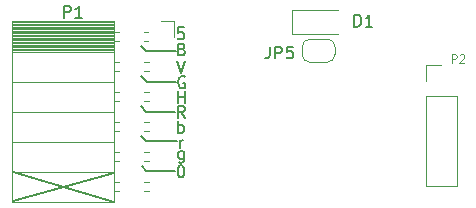
<source format=gto>
G04 #@! TF.GenerationSoftware,KiCad,Pcbnew,(5.1.4)-1*
G04 #@! TF.CreationDate,2020-08-19T00:59:48+01:00*
G04 #@! TF.ProjectId,buffer,62756666-6572-42e6-9b69-6361645f7063,rev?*
G04 #@! TF.SameCoordinates,Original*
G04 #@! TF.FileFunction,Legend,Top*
G04 #@! TF.FilePolarity,Positive*
%FSLAX46Y46*%
G04 Gerber Fmt 4.6, Leading zero omitted, Abs format (unit mm)*
G04 Created by KiCad (PCBNEW (5.1.4)-1) date 2020-08-19 00:59:48*
%MOMM*%
%LPD*%
G04 APERTURE LIST*
%ADD10C,0.150000*%
%ADD11C,0.120000*%
G04 APERTURE END LIST*
D10*
X27780800Y-48320960D02*
X36315200Y-45882560D01*
X27780800Y-45831760D02*
X36315200Y-48371760D01*
X39083800Y-45755560D02*
X41496800Y-45755560D01*
X38702800Y-45349160D02*
X39083800Y-45755560D01*
X39541000Y-43215560D02*
X41700000Y-43215560D01*
X39617200Y-38237160D02*
X41598400Y-38237160D01*
X39566400Y-40726360D02*
X41547600Y-40726360D01*
X39058400Y-35620960D02*
X41573000Y-35620960D01*
X38626600Y-35189160D02*
X39058400Y-35620960D01*
X39033000Y-43215560D02*
X38626600Y-42809160D01*
X39541000Y-43215560D02*
X39033000Y-43215560D01*
X39058400Y-40726360D02*
X38601200Y-40269160D01*
X39566400Y-40726360D02*
X39058400Y-40726360D01*
X39134600Y-38237160D02*
X38626600Y-37729160D01*
X39617200Y-38237160D02*
X39134600Y-38237160D01*
X41933371Y-43794940D02*
X41933371Y-43128274D01*
X41933371Y-43318750D02*
X41980990Y-43223512D01*
X42028609Y-43175893D01*
X42123847Y-43128274D01*
X42219085Y-43128274D01*
X42365123Y-41229540D02*
X42031790Y-40753350D01*
X41793695Y-41229540D02*
X41793695Y-40229540D01*
X42174647Y-40229540D01*
X42269885Y-40277160D01*
X42317504Y-40324779D01*
X42365123Y-40420017D01*
X42365123Y-40562874D01*
X42317504Y-40658112D01*
X42269885Y-40705731D01*
X42174647Y-40753350D01*
X41793695Y-40753350D01*
X42342904Y-37787960D02*
X42247666Y-37740340D01*
X42104809Y-37740340D01*
X41961952Y-37787960D01*
X41866714Y-37883198D01*
X41819095Y-37978436D01*
X41771476Y-38168912D01*
X41771476Y-38311769D01*
X41819095Y-38502245D01*
X41866714Y-38597483D01*
X41961952Y-38692721D01*
X42104809Y-38740340D01*
X42200047Y-38740340D01*
X42342904Y-38692721D01*
X42390523Y-38645102D01*
X42390523Y-38311769D01*
X42200047Y-38311769D01*
X41969880Y-45284140D02*
X42065119Y-45284140D01*
X42160357Y-45331760D01*
X42207976Y-45379379D01*
X42255595Y-45474617D01*
X42303214Y-45665093D01*
X42303214Y-45903188D01*
X42255595Y-46093664D01*
X42207976Y-46188902D01*
X42160357Y-46236521D01*
X42065119Y-46284140D01*
X41969880Y-46284140D01*
X41874642Y-46236521D01*
X41827023Y-46188902D01*
X41779404Y-46093664D01*
X41731785Y-45903188D01*
X41731785Y-45665093D01*
X41779404Y-45474617D01*
X41827023Y-45379379D01*
X41874642Y-45331760D01*
X41969880Y-45284140D01*
X42101628Y-35447931D02*
X42244485Y-35495550D01*
X42292104Y-35543169D01*
X42339723Y-35638407D01*
X42339723Y-35781264D01*
X42292104Y-35876502D01*
X42244485Y-35924121D01*
X42149247Y-35971740D01*
X41768295Y-35971740D01*
X41768295Y-34971740D01*
X42101628Y-34971740D01*
X42196866Y-35019360D01*
X42244485Y-35066979D01*
X42292104Y-35162217D01*
X42292104Y-35257455D01*
X42244485Y-35352693D01*
X42196866Y-35400312D01*
X42101628Y-35447931D01*
X41768295Y-35447931D01*
X42244485Y-44068074D02*
X42244485Y-44877598D01*
X42196866Y-44972836D01*
X42149247Y-45020455D01*
X42054009Y-45068074D01*
X41911152Y-45068074D01*
X41815914Y-45020455D01*
X42244485Y-44687121D02*
X42149247Y-44734740D01*
X41958771Y-44734740D01*
X41863533Y-44687121D01*
X41815914Y-44639502D01*
X41768295Y-44544264D01*
X41768295Y-44258550D01*
X41815914Y-44163312D01*
X41863533Y-44115693D01*
X41958771Y-44068074D01*
X42149247Y-44068074D01*
X42244485Y-44115693D01*
X41790514Y-42524940D02*
X41790514Y-41524940D01*
X41790514Y-41905893D02*
X41885752Y-41858274D01*
X42076228Y-41858274D01*
X42171466Y-41905893D01*
X42219085Y-41953512D01*
X42266704Y-42048750D01*
X42266704Y-42334464D01*
X42219085Y-42429702D01*
X42171466Y-42477321D01*
X42076228Y-42524940D01*
X41885752Y-42524940D01*
X41790514Y-42477321D01*
X41795285Y-39984940D02*
X41795285Y-38984940D01*
X41795285Y-39461131D02*
X42366714Y-39461131D01*
X42366714Y-39984940D02*
X42366714Y-38984940D01*
X41722266Y-36444940D02*
X42055600Y-37444940D01*
X42388933Y-36444940D01*
X42268295Y-33600140D02*
X41792104Y-33600140D01*
X41744485Y-34076331D01*
X41792104Y-34028712D01*
X41887342Y-33981093D01*
X42125438Y-33981093D01*
X42220676Y-34028712D01*
X42268295Y-34076331D01*
X42315914Y-34171569D01*
X42315914Y-34409664D01*
X42268295Y-34504902D01*
X42220676Y-34552521D01*
X42125438Y-34600140D01*
X41887342Y-34600140D01*
X41792104Y-34552521D01*
X41744485Y-34504902D01*
D11*
X62747400Y-36780160D02*
X64077400Y-36780160D01*
X62747400Y-38110160D02*
X62747400Y-36780160D01*
X62747400Y-39380160D02*
X65407400Y-39380160D01*
X65407400Y-39380160D02*
X65407400Y-47060160D01*
X62747400Y-39380160D02*
X62747400Y-47060160D01*
X62747400Y-47060160D02*
X65407400Y-47060160D01*
X27723800Y-33166360D02*
X36353800Y-33166360D01*
X27723800Y-33284455D02*
X36353800Y-33284455D01*
X27723800Y-33402550D02*
X36353800Y-33402550D01*
X27723800Y-33520645D02*
X36353800Y-33520645D01*
X27723800Y-33638740D02*
X36353800Y-33638740D01*
X27723800Y-33756835D02*
X36353800Y-33756835D01*
X27723800Y-33874930D02*
X36353800Y-33874930D01*
X27723800Y-33993025D02*
X36353800Y-33993025D01*
X27723800Y-34111120D02*
X36353800Y-34111120D01*
X27723800Y-34229215D02*
X36353800Y-34229215D01*
X27723800Y-34347310D02*
X36353800Y-34347310D01*
X27723800Y-34465405D02*
X36353800Y-34465405D01*
X27723800Y-34583500D02*
X36353800Y-34583500D01*
X27723800Y-34701595D02*
X36353800Y-34701595D01*
X27723800Y-34819690D02*
X36353800Y-34819690D01*
X27723800Y-34937785D02*
X36353800Y-34937785D01*
X27723800Y-35055880D02*
X36353800Y-35055880D01*
X27723800Y-35173975D02*
X36353800Y-35173975D01*
X27723800Y-35292070D02*
X36353800Y-35292070D01*
X27723800Y-35410165D02*
X36353800Y-35410165D01*
X27723800Y-35528260D02*
X36353800Y-35528260D01*
X36353800Y-34016360D02*
X36763800Y-34016360D01*
X38863800Y-34016360D02*
X39243800Y-34016360D01*
X36353800Y-34736360D02*
X36763800Y-34736360D01*
X38863800Y-34736360D02*
X39243800Y-34736360D01*
X36353800Y-36556360D02*
X36763800Y-36556360D01*
X38863800Y-36556360D02*
X39303800Y-36556360D01*
X36353800Y-37276360D02*
X36763800Y-37276360D01*
X38863800Y-37276360D02*
X39303800Y-37276360D01*
X36353800Y-39096360D02*
X36763800Y-39096360D01*
X38863800Y-39096360D02*
X39303800Y-39096360D01*
X36353800Y-39816360D02*
X36763800Y-39816360D01*
X38863800Y-39816360D02*
X39303800Y-39816360D01*
X36353800Y-41636360D02*
X36763800Y-41636360D01*
X38863800Y-41636360D02*
X39303800Y-41636360D01*
X36353800Y-42356360D02*
X36763800Y-42356360D01*
X38863800Y-42356360D02*
X39303800Y-42356360D01*
X36353800Y-44176360D02*
X36763800Y-44176360D01*
X38863800Y-44176360D02*
X39303800Y-44176360D01*
X36353800Y-44896360D02*
X36763800Y-44896360D01*
X38863800Y-44896360D02*
X39303800Y-44896360D01*
X36353800Y-46716360D02*
X36763800Y-46716360D01*
X38863800Y-46716360D02*
X39303800Y-46716360D01*
X36353800Y-47436360D02*
X36763800Y-47436360D01*
X38863800Y-47436360D02*
X39303800Y-47436360D01*
X27723800Y-35646360D02*
X36353800Y-35646360D01*
X27723800Y-38186360D02*
X36353800Y-38186360D01*
X27723800Y-40726360D02*
X36353800Y-40726360D01*
X27723800Y-43266360D02*
X36353800Y-43266360D01*
X27723800Y-45806360D02*
X36353800Y-45806360D01*
X27723800Y-33046360D02*
X36353800Y-33046360D01*
X36353800Y-33046360D02*
X36353800Y-48406360D01*
X27723800Y-48406360D02*
X36353800Y-48406360D01*
X27723800Y-33046360D02*
X27723800Y-48406360D01*
X41463800Y-33046360D02*
X41463800Y-34376360D01*
X40353800Y-33046360D02*
X41463800Y-33046360D01*
X51461660Y-32149540D02*
X51461660Y-34149540D01*
X51461660Y-34149540D02*
X55361660Y-34149540D01*
X51461660Y-32149540D02*
X55361660Y-32149540D01*
X52976100Y-36565080D02*
G75*
G02X52276100Y-35865080I0J700000D01*
G01*
X52276100Y-35265080D02*
G75*
G02X52976100Y-34565080I700000J0D01*
G01*
X54376100Y-34565080D02*
G75*
G02X55076100Y-35265080I0J-700000D01*
G01*
X55076100Y-35865080D02*
G75*
G02X54376100Y-36565080I-700000J0D01*
G01*
X55076100Y-35265080D02*
X55076100Y-35865080D01*
X52976100Y-34565080D02*
X54376100Y-34565080D01*
X52276100Y-35865080D02*
X52276100Y-35265080D01*
X54376100Y-36565080D02*
X52976100Y-36565080D01*
X64957733Y-36572626D02*
X64957733Y-35872626D01*
X65224400Y-35872626D01*
X65291066Y-35905960D01*
X65324400Y-35939293D01*
X65357733Y-36005960D01*
X65357733Y-36105960D01*
X65324400Y-36172626D01*
X65291066Y-36205960D01*
X65224400Y-36239293D01*
X64957733Y-36239293D01*
X65624400Y-35939293D02*
X65657733Y-35905960D01*
X65724400Y-35872626D01*
X65891066Y-35872626D01*
X65957733Y-35905960D01*
X65991066Y-35939293D01*
X66024400Y-36005960D01*
X66024400Y-36072626D01*
X65991066Y-36172626D01*
X65591066Y-36572626D01*
X66024400Y-36572626D01*
D10*
X32122704Y-32771340D02*
X32122704Y-31771340D01*
X32503657Y-31771340D01*
X32598895Y-31818960D01*
X32646514Y-31866579D01*
X32694133Y-31961817D01*
X32694133Y-32104674D01*
X32646514Y-32199912D01*
X32598895Y-32247531D01*
X32503657Y-32295150D01*
X32122704Y-32295150D01*
X33646514Y-32771340D02*
X33075085Y-32771340D01*
X33360800Y-32771340D02*
X33360800Y-31771340D01*
X33265561Y-31914198D01*
X33170323Y-32009436D01*
X33075085Y-32057055D01*
X56707364Y-33528260D02*
X56707364Y-32528260D01*
X56945460Y-32528260D01*
X57088317Y-32575880D01*
X57183555Y-32671118D01*
X57231174Y-32766356D01*
X57278793Y-32956832D01*
X57278793Y-33099689D01*
X57231174Y-33290165D01*
X57183555Y-33385403D01*
X57088317Y-33480641D01*
X56945460Y-33528260D01*
X56707364Y-33528260D01*
X58231174Y-33528260D02*
X57659745Y-33528260D01*
X57945460Y-33528260D02*
X57945460Y-32528260D01*
X57850221Y-32671118D01*
X57754983Y-32766356D01*
X57659745Y-32813975D01*
X49535686Y-35220660D02*
X49535686Y-35934946D01*
X49488067Y-36077803D01*
X49392829Y-36173041D01*
X49249972Y-36220660D01*
X49154734Y-36220660D01*
X50011877Y-36220660D02*
X50011877Y-35220660D01*
X50392829Y-35220660D01*
X50488067Y-35268280D01*
X50535686Y-35315899D01*
X50583305Y-35411137D01*
X50583305Y-35553994D01*
X50535686Y-35649232D01*
X50488067Y-35696851D01*
X50392829Y-35744470D01*
X50011877Y-35744470D01*
X51488067Y-35220660D02*
X51011877Y-35220660D01*
X50964258Y-35696851D01*
X51011877Y-35649232D01*
X51107115Y-35601613D01*
X51345210Y-35601613D01*
X51440448Y-35649232D01*
X51488067Y-35696851D01*
X51535686Y-35792089D01*
X51535686Y-36030184D01*
X51488067Y-36125422D01*
X51440448Y-36173041D01*
X51345210Y-36220660D01*
X51107115Y-36220660D01*
X51011877Y-36173041D01*
X50964258Y-36125422D01*
M02*

</source>
